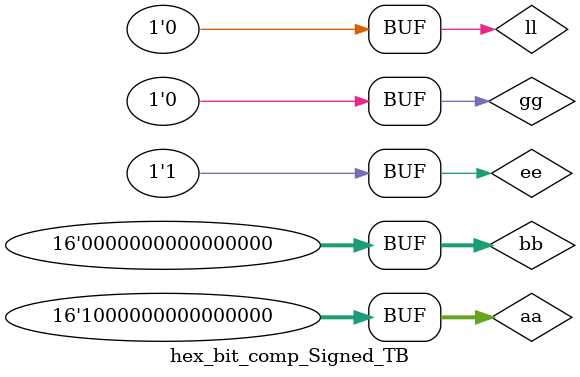
<source format=sv>
`timescale 1ns/1ns
module hex_bit_comp_Signed_TB();
	logic [15:0] aa=16'b00000000000000000,bb=16'b00000000000000000;
	logic ll=0,ee=1,gg=0;
	wire ltout,eqout,gtout;
	hex_comparator_signed CUT1(aa,bb,ee,ll,gg,gtout,ltout,eqout);
	initial begin
	#2000;
	#2000 aa[15]=1'b1;
	#2000 bb[15]=1'b1;
	#2000 bb[15]=1'b0;
	end
endmodule

</source>
